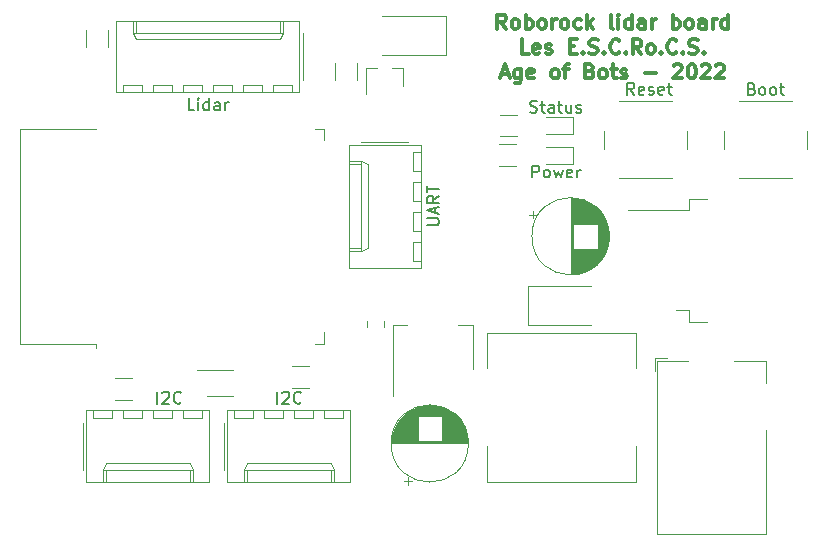
<source format=gbr>
%TF.GenerationSoftware,KiCad,Pcbnew,5.1.9+dfsg1-1*%
%TF.CreationDate,2021-12-22T14:02:19+01:00*%
%TF.ProjectId,lidar_board,6c696461-725f-4626-9f61-72642e6b6963,rev?*%
%TF.SameCoordinates,Original*%
%TF.FileFunction,Legend,Top*%
%TF.FilePolarity,Positive*%
%FSLAX46Y46*%
G04 Gerber Fmt 4.6, Leading zero omitted, Abs format (unit mm)*
G04 Created by KiCad (PCBNEW 5.1.9+dfsg1-1) date 2021-12-22 14:02:19*
%MOMM*%
%LPD*%
G01*
G04 APERTURE LIST*
%ADD10C,0.300000*%
%ADD11C,0.120000*%
%ADD12C,0.150000*%
G04 APERTURE END LIST*
D10*
X173832380Y-77182857D02*
X173415714Y-76611428D01*
X173118095Y-77182857D02*
X173118095Y-75982857D01*
X173594285Y-75982857D01*
X173713333Y-76040000D01*
X173772857Y-76097142D01*
X173832380Y-76211428D01*
X173832380Y-76382857D01*
X173772857Y-76497142D01*
X173713333Y-76554285D01*
X173594285Y-76611428D01*
X173118095Y-76611428D01*
X174546666Y-77182857D02*
X174427619Y-77125714D01*
X174368095Y-77068571D01*
X174308571Y-76954285D01*
X174308571Y-76611428D01*
X174368095Y-76497142D01*
X174427619Y-76440000D01*
X174546666Y-76382857D01*
X174725238Y-76382857D01*
X174844285Y-76440000D01*
X174903809Y-76497142D01*
X174963333Y-76611428D01*
X174963333Y-76954285D01*
X174903809Y-77068571D01*
X174844285Y-77125714D01*
X174725238Y-77182857D01*
X174546666Y-77182857D01*
X175499047Y-77182857D02*
X175499047Y-75982857D01*
X175499047Y-76440000D02*
X175618095Y-76382857D01*
X175856190Y-76382857D01*
X175975238Y-76440000D01*
X176034761Y-76497142D01*
X176094285Y-76611428D01*
X176094285Y-76954285D01*
X176034761Y-77068571D01*
X175975238Y-77125714D01*
X175856190Y-77182857D01*
X175618095Y-77182857D01*
X175499047Y-77125714D01*
X176808571Y-77182857D02*
X176689523Y-77125714D01*
X176630000Y-77068571D01*
X176570476Y-76954285D01*
X176570476Y-76611428D01*
X176630000Y-76497142D01*
X176689523Y-76440000D01*
X176808571Y-76382857D01*
X176987142Y-76382857D01*
X177106190Y-76440000D01*
X177165714Y-76497142D01*
X177225238Y-76611428D01*
X177225238Y-76954285D01*
X177165714Y-77068571D01*
X177106190Y-77125714D01*
X176987142Y-77182857D01*
X176808571Y-77182857D01*
X177760952Y-77182857D02*
X177760952Y-76382857D01*
X177760952Y-76611428D02*
X177820476Y-76497142D01*
X177880000Y-76440000D01*
X177999047Y-76382857D01*
X178118095Y-76382857D01*
X178713333Y-77182857D02*
X178594285Y-77125714D01*
X178534761Y-77068571D01*
X178475238Y-76954285D01*
X178475238Y-76611428D01*
X178534761Y-76497142D01*
X178594285Y-76440000D01*
X178713333Y-76382857D01*
X178891904Y-76382857D01*
X179010952Y-76440000D01*
X179070476Y-76497142D01*
X179130000Y-76611428D01*
X179130000Y-76954285D01*
X179070476Y-77068571D01*
X179010952Y-77125714D01*
X178891904Y-77182857D01*
X178713333Y-77182857D01*
X180201428Y-77125714D02*
X180082380Y-77182857D01*
X179844285Y-77182857D01*
X179725238Y-77125714D01*
X179665714Y-77068571D01*
X179606190Y-76954285D01*
X179606190Y-76611428D01*
X179665714Y-76497142D01*
X179725238Y-76440000D01*
X179844285Y-76382857D01*
X180082380Y-76382857D01*
X180201428Y-76440000D01*
X180737142Y-77182857D02*
X180737142Y-75982857D01*
X180856190Y-76725714D02*
X181213333Y-77182857D01*
X181213333Y-76382857D02*
X180737142Y-76840000D01*
X182880000Y-77182857D02*
X182760952Y-77125714D01*
X182701428Y-77011428D01*
X182701428Y-75982857D01*
X183356190Y-77182857D02*
X183356190Y-76382857D01*
X183356190Y-75982857D02*
X183296666Y-76040000D01*
X183356190Y-76097142D01*
X183415714Y-76040000D01*
X183356190Y-75982857D01*
X183356190Y-76097142D01*
X184487142Y-77182857D02*
X184487142Y-75982857D01*
X184487142Y-77125714D02*
X184368095Y-77182857D01*
X184130000Y-77182857D01*
X184010952Y-77125714D01*
X183951428Y-77068571D01*
X183891904Y-76954285D01*
X183891904Y-76611428D01*
X183951428Y-76497142D01*
X184010952Y-76440000D01*
X184130000Y-76382857D01*
X184368095Y-76382857D01*
X184487142Y-76440000D01*
X185618095Y-77182857D02*
X185618095Y-76554285D01*
X185558571Y-76440000D01*
X185439523Y-76382857D01*
X185201428Y-76382857D01*
X185082380Y-76440000D01*
X185618095Y-77125714D02*
X185499047Y-77182857D01*
X185201428Y-77182857D01*
X185082380Y-77125714D01*
X185022857Y-77011428D01*
X185022857Y-76897142D01*
X185082380Y-76782857D01*
X185201428Y-76725714D01*
X185499047Y-76725714D01*
X185618095Y-76668571D01*
X186213333Y-77182857D02*
X186213333Y-76382857D01*
X186213333Y-76611428D02*
X186272857Y-76497142D01*
X186332380Y-76440000D01*
X186451428Y-76382857D01*
X186570476Y-76382857D01*
X187939523Y-77182857D02*
X187939523Y-75982857D01*
X187939523Y-76440000D02*
X188058571Y-76382857D01*
X188296666Y-76382857D01*
X188415714Y-76440000D01*
X188475238Y-76497142D01*
X188534761Y-76611428D01*
X188534761Y-76954285D01*
X188475238Y-77068571D01*
X188415714Y-77125714D01*
X188296666Y-77182857D01*
X188058571Y-77182857D01*
X187939523Y-77125714D01*
X189249047Y-77182857D02*
X189129999Y-77125714D01*
X189070476Y-77068571D01*
X189010952Y-76954285D01*
X189010952Y-76611428D01*
X189070476Y-76497142D01*
X189129999Y-76440000D01*
X189249047Y-76382857D01*
X189427619Y-76382857D01*
X189546666Y-76440000D01*
X189606190Y-76497142D01*
X189665714Y-76611428D01*
X189665714Y-76954285D01*
X189606190Y-77068571D01*
X189546666Y-77125714D01*
X189427619Y-77182857D01*
X189249047Y-77182857D01*
X190737142Y-77182857D02*
X190737142Y-76554285D01*
X190677619Y-76440000D01*
X190558571Y-76382857D01*
X190320476Y-76382857D01*
X190201428Y-76440000D01*
X190737142Y-77125714D02*
X190618095Y-77182857D01*
X190320476Y-77182857D01*
X190201428Y-77125714D01*
X190141904Y-77011428D01*
X190141904Y-76897142D01*
X190201428Y-76782857D01*
X190320476Y-76725714D01*
X190618095Y-76725714D01*
X190737142Y-76668571D01*
X191332380Y-77182857D02*
X191332380Y-76382857D01*
X191332380Y-76611428D02*
X191391904Y-76497142D01*
X191451428Y-76440000D01*
X191570476Y-76382857D01*
X191689523Y-76382857D01*
X192641904Y-77182857D02*
X192641904Y-75982857D01*
X192641904Y-77125714D02*
X192522857Y-77182857D01*
X192284761Y-77182857D01*
X192165714Y-77125714D01*
X192106190Y-77068571D01*
X192046666Y-76954285D01*
X192046666Y-76611428D01*
X192106190Y-76497142D01*
X192165714Y-76440000D01*
X192284761Y-76382857D01*
X192522857Y-76382857D01*
X192641904Y-76440000D01*
X175766904Y-79282857D02*
X175171666Y-79282857D01*
X175171666Y-78082857D01*
X176659761Y-79225714D02*
X176540714Y-79282857D01*
X176302619Y-79282857D01*
X176183571Y-79225714D01*
X176124047Y-79111428D01*
X176124047Y-78654285D01*
X176183571Y-78540000D01*
X176302619Y-78482857D01*
X176540714Y-78482857D01*
X176659761Y-78540000D01*
X176719285Y-78654285D01*
X176719285Y-78768571D01*
X176124047Y-78882857D01*
X177195476Y-79225714D02*
X177314523Y-79282857D01*
X177552619Y-79282857D01*
X177671666Y-79225714D01*
X177731190Y-79111428D01*
X177731190Y-79054285D01*
X177671666Y-78940000D01*
X177552619Y-78882857D01*
X177374047Y-78882857D01*
X177255000Y-78825714D01*
X177195476Y-78711428D01*
X177195476Y-78654285D01*
X177255000Y-78540000D01*
X177374047Y-78482857D01*
X177552619Y-78482857D01*
X177671666Y-78540000D01*
X179219285Y-78654285D02*
X179635952Y-78654285D01*
X179814523Y-79282857D02*
X179219285Y-79282857D01*
X179219285Y-78082857D01*
X179814523Y-78082857D01*
X180350238Y-79168571D02*
X180409761Y-79225714D01*
X180350238Y-79282857D01*
X180290714Y-79225714D01*
X180350238Y-79168571D01*
X180350238Y-79282857D01*
X180885952Y-79225714D02*
X181064523Y-79282857D01*
X181362142Y-79282857D01*
X181481190Y-79225714D01*
X181540714Y-79168571D01*
X181600238Y-79054285D01*
X181600238Y-78940000D01*
X181540714Y-78825714D01*
X181481190Y-78768571D01*
X181362142Y-78711428D01*
X181124047Y-78654285D01*
X181005000Y-78597142D01*
X180945476Y-78540000D01*
X180885952Y-78425714D01*
X180885952Y-78311428D01*
X180945476Y-78197142D01*
X181005000Y-78140000D01*
X181124047Y-78082857D01*
X181421666Y-78082857D01*
X181600238Y-78140000D01*
X182135952Y-79168571D02*
X182195476Y-79225714D01*
X182135952Y-79282857D01*
X182076428Y-79225714D01*
X182135952Y-79168571D01*
X182135952Y-79282857D01*
X183445476Y-79168571D02*
X183385952Y-79225714D01*
X183207380Y-79282857D01*
X183088333Y-79282857D01*
X182909761Y-79225714D01*
X182790714Y-79111428D01*
X182731190Y-78997142D01*
X182671666Y-78768571D01*
X182671666Y-78597142D01*
X182731190Y-78368571D01*
X182790714Y-78254285D01*
X182909761Y-78140000D01*
X183088333Y-78082857D01*
X183207380Y-78082857D01*
X183385952Y-78140000D01*
X183445476Y-78197142D01*
X183981190Y-79168571D02*
X184040714Y-79225714D01*
X183981190Y-79282857D01*
X183921666Y-79225714D01*
X183981190Y-79168571D01*
X183981190Y-79282857D01*
X185290714Y-79282857D02*
X184874047Y-78711428D01*
X184576428Y-79282857D02*
X184576428Y-78082857D01*
X185052619Y-78082857D01*
X185171666Y-78140000D01*
X185231190Y-78197142D01*
X185290714Y-78311428D01*
X185290714Y-78482857D01*
X185231190Y-78597142D01*
X185171666Y-78654285D01*
X185052619Y-78711428D01*
X184576428Y-78711428D01*
X186005000Y-79282857D02*
X185885952Y-79225714D01*
X185826428Y-79168571D01*
X185766904Y-79054285D01*
X185766904Y-78711428D01*
X185826428Y-78597142D01*
X185885952Y-78540000D01*
X186005000Y-78482857D01*
X186183571Y-78482857D01*
X186302619Y-78540000D01*
X186362142Y-78597142D01*
X186421666Y-78711428D01*
X186421666Y-79054285D01*
X186362142Y-79168571D01*
X186302619Y-79225714D01*
X186183571Y-79282857D01*
X186005000Y-79282857D01*
X186957380Y-79168571D02*
X187016904Y-79225714D01*
X186957380Y-79282857D01*
X186897857Y-79225714D01*
X186957380Y-79168571D01*
X186957380Y-79282857D01*
X188266904Y-79168571D02*
X188207380Y-79225714D01*
X188028809Y-79282857D01*
X187909761Y-79282857D01*
X187731190Y-79225714D01*
X187612142Y-79111428D01*
X187552619Y-78997142D01*
X187493095Y-78768571D01*
X187493095Y-78597142D01*
X187552619Y-78368571D01*
X187612142Y-78254285D01*
X187731190Y-78140000D01*
X187909761Y-78082857D01*
X188028809Y-78082857D01*
X188207380Y-78140000D01*
X188266904Y-78197142D01*
X188802619Y-79168571D02*
X188862142Y-79225714D01*
X188802619Y-79282857D01*
X188743095Y-79225714D01*
X188802619Y-79168571D01*
X188802619Y-79282857D01*
X189338333Y-79225714D02*
X189516904Y-79282857D01*
X189814523Y-79282857D01*
X189933571Y-79225714D01*
X189993095Y-79168571D01*
X190052619Y-79054285D01*
X190052619Y-78940000D01*
X189993095Y-78825714D01*
X189933571Y-78768571D01*
X189814523Y-78711428D01*
X189576428Y-78654285D01*
X189457380Y-78597142D01*
X189397857Y-78540000D01*
X189338333Y-78425714D01*
X189338333Y-78311428D01*
X189397857Y-78197142D01*
X189457380Y-78140000D01*
X189576428Y-78082857D01*
X189874047Y-78082857D01*
X190052619Y-78140000D01*
X190588333Y-79168571D02*
X190647857Y-79225714D01*
X190588333Y-79282857D01*
X190528809Y-79225714D01*
X190588333Y-79168571D01*
X190588333Y-79282857D01*
X173445476Y-81040000D02*
X174040714Y-81040000D01*
X173326428Y-81382857D02*
X173743095Y-80182857D01*
X174159761Y-81382857D01*
X175112142Y-80582857D02*
X175112142Y-81554285D01*
X175052619Y-81668571D01*
X174993095Y-81725714D01*
X174874047Y-81782857D01*
X174695476Y-81782857D01*
X174576428Y-81725714D01*
X175112142Y-81325714D02*
X174993095Y-81382857D01*
X174755000Y-81382857D01*
X174635952Y-81325714D01*
X174576428Y-81268571D01*
X174516904Y-81154285D01*
X174516904Y-80811428D01*
X174576428Y-80697142D01*
X174635952Y-80640000D01*
X174755000Y-80582857D01*
X174993095Y-80582857D01*
X175112142Y-80640000D01*
X176183571Y-81325714D02*
X176064523Y-81382857D01*
X175826428Y-81382857D01*
X175707380Y-81325714D01*
X175647857Y-81211428D01*
X175647857Y-80754285D01*
X175707380Y-80640000D01*
X175826428Y-80582857D01*
X176064523Y-80582857D01*
X176183571Y-80640000D01*
X176243095Y-80754285D01*
X176243095Y-80868571D01*
X175647857Y-80982857D01*
X177909761Y-81382857D02*
X177790714Y-81325714D01*
X177731190Y-81268571D01*
X177671666Y-81154285D01*
X177671666Y-80811428D01*
X177731190Y-80697142D01*
X177790714Y-80640000D01*
X177909761Y-80582857D01*
X178088333Y-80582857D01*
X178207380Y-80640000D01*
X178266904Y-80697142D01*
X178326428Y-80811428D01*
X178326428Y-81154285D01*
X178266904Y-81268571D01*
X178207380Y-81325714D01*
X178088333Y-81382857D01*
X177909761Y-81382857D01*
X178683571Y-80582857D02*
X179159761Y-80582857D01*
X178862142Y-81382857D02*
X178862142Y-80354285D01*
X178921666Y-80240000D01*
X179040714Y-80182857D01*
X179159761Y-80182857D01*
X180945476Y-80754285D02*
X181124047Y-80811428D01*
X181183571Y-80868571D01*
X181243095Y-80982857D01*
X181243095Y-81154285D01*
X181183571Y-81268571D01*
X181124047Y-81325714D01*
X181005000Y-81382857D01*
X180528809Y-81382857D01*
X180528809Y-80182857D01*
X180945476Y-80182857D01*
X181064523Y-80240000D01*
X181124047Y-80297142D01*
X181183571Y-80411428D01*
X181183571Y-80525714D01*
X181124047Y-80640000D01*
X181064523Y-80697142D01*
X180945476Y-80754285D01*
X180528809Y-80754285D01*
X181957380Y-81382857D02*
X181838333Y-81325714D01*
X181778809Y-81268571D01*
X181719285Y-81154285D01*
X181719285Y-80811428D01*
X181778809Y-80697142D01*
X181838333Y-80640000D01*
X181957380Y-80582857D01*
X182135952Y-80582857D01*
X182255000Y-80640000D01*
X182314523Y-80697142D01*
X182374047Y-80811428D01*
X182374047Y-81154285D01*
X182314523Y-81268571D01*
X182255000Y-81325714D01*
X182135952Y-81382857D01*
X181957380Y-81382857D01*
X182731190Y-80582857D02*
X183207380Y-80582857D01*
X182909761Y-80182857D02*
X182909761Y-81211428D01*
X182969285Y-81325714D01*
X183088333Y-81382857D01*
X183207380Y-81382857D01*
X183564523Y-81325714D02*
X183683571Y-81382857D01*
X183921666Y-81382857D01*
X184040714Y-81325714D01*
X184100238Y-81211428D01*
X184100238Y-81154285D01*
X184040714Y-81040000D01*
X183921666Y-80982857D01*
X183743095Y-80982857D01*
X183624047Y-80925714D01*
X183564523Y-80811428D01*
X183564523Y-80754285D01*
X183624047Y-80640000D01*
X183743095Y-80582857D01*
X183921666Y-80582857D01*
X184040714Y-80640000D01*
X185588333Y-80925714D02*
X186540714Y-80925714D01*
X188028809Y-80297142D02*
X188088333Y-80240000D01*
X188207380Y-80182857D01*
X188505000Y-80182857D01*
X188624047Y-80240000D01*
X188683571Y-80297142D01*
X188743095Y-80411428D01*
X188743095Y-80525714D01*
X188683571Y-80697142D01*
X187969285Y-81382857D01*
X188743095Y-81382857D01*
X189516904Y-80182857D02*
X189635952Y-80182857D01*
X189755000Y-80240000D01*
X189814523Y-80297142D01*
X189874047Y-80411428D01*
X189933571Y-80640000D01*
X189933571Y-80925714D01*
X189874047Y-81154285D01*
X189814523Y-81268571D01*
X189755000Y-81325714D01*
X189635952Y-81382857D01*
X189516904Y-81382857D01*
X189397857Y-81325714D01*
X189338333Y-81268571D01*
X189278809Y-81154285D01*
X189219285Y-80925714D01*
X189219285Y-80640000D01*
X189278809Y-80411428D01*
X189338333Y-80297142D01*
X189397857Y-80240000D01*
X189516904Y-80182857D01*
X190409761Y-80297142D02*
X190469285Y-80240000D01*
X190588333Y-80182857D01*
X190885952Y-80182857D01*
X191005000Y-80240000D01*
X191064523Y-80297142D01*
X191124047Y-80411428D01*
X191124047Y-80525714D01*
X191064523Y-80697142D01*
X190350238Y-81382857D01*
X191124047Y-81382857D01*
X191600238Y-80297142D02*
X191659761Y-80240000D01*
X191778809Y-80182857D01*
X192076428Y-80182857D01*
X192195476Y-80240000D01*
X192255000Y-80297142D01*
X192314523Y-80411428D01*
X192314523Y-80525714D01*
X192255000Y-80697142D01*
X191540714Y-81382857D01*
X192314523Y-81382857D01*
D11*
%TO.C,C1*%
X170656000Y-112288000D02*
G75*
G03*
X170656000Y-112288000I-3270000J0D01*
G01*
X164156000Y-112288000D02*
X170616000Y-112288000D01*
X164156000Y-112248000D02*
X170616000Y-112248000D01*
X164156000Y-112208000D02*
X170616000Y-112208000D01*
X164158000Y-112168000D02*
X170614000Y-112168000D01*
X164159000Y-112128000D02*
X170613000Y-112128000D01*
X164162000Y-112088000D02*
X170610000Y-112088000D01*
X164164000Y-112048000D02*
X166346000Y-112048000D01*
X168426000Y-112048000D02*
X170608000Y-112048000D01*
X164168000Y-112008000D02*
X166346000Y-112008000D01*
X168426000Y-112008000D02*
X170604000Y-112008000D01*
X164171000Y-111968000D02*
X166346000Y-111968000D01*
X168426000Y-111968000D02*
X170601000Y-111968000D01*
X164175000Y-111928000D02*
X166346000Y-111928000D01*
X168426000Y-111928000D02*
X170597000Y-111928000D01*
X164180000Y-111888000D02*
X166346000Y-111888000D01*
X168426000Y-111888000D02*
X170592000Y-111888000D01*
X164185000Y-111848000D02*
X166346000Y-111848000D01*
X168426000Y-111848000D02*
X170587000Y-111848000D01*
X164191000Y-111808000D02*
X166346000Y-111808000D01*
X168426000Y-111808000D02*
X170581000Y-111808000D01*
X164197000Y-111768000D02*
X166346000Y-111768000D01*
X168426000Y-111768000D02*
X170575000Y-111768000D01*
X164204000Y-111728000D02*
X166346000Y-111728000D01*
X168426000Y-111728000D02*
X170568000Y-111728000D01*
X164211000Y-111688000D02*
X166346000Y-111688000D01*
X168426000Y-111688000D02*
X170561000Y-111688000D01*
X164219000Y-111648000D02*
X166346000Y-111648000D01*
X168426000Y-111648000D02*
X170553000Y-111648000D01*
X164227000Y-111608000D02*
X166346000Y-111608000D01*
X168426000Y-111608000D02*
X170545000Y-111608000D01*
X164236000Y-111567000D02*
X166346000Y-111567000D01*
X168426000Y-111567000D02*
X170536000Y-111567000D01*
X164245000Y-111527000D02*
X166346000Y-111527000D01*
X168426000Y-111527000D02*
X170527000Y-111527000D01*
X164255000Y-111487000D02*
X166346000Y-111487000D01*
X168426000Y-111487000D02*
X170517000Y-111487000D01*
X164265000Y-111447000D02*
X166346000Y-111447000D01*
X168426000Y-111447000D02*
X170507000Y-111447000D01*
X164276000Y-111407000D02*
X166346000Y-111407000D01*
X168426000Y-111407000D02*
X170496000Y-111407000D01*
X164288000Y-111367000D02*
X166346000Y-111367000D01*
X168426000Y-111367000D02*
X170484000Y-111367000D01*
X164300000Y-111327000D02*
X166346000Y-111327000D01*
X168426000Y-111327000D02*
X170472000Y-111327000D01*
X164312000Y-111287000D02*
X166346000Y-111287000D01*
X168426000Y-111287000D02*
X170460000Y-111287000D01*
X164325000Y-111247000D02*
X166346000Y-111247000D01*
X168426000Y-111247000D02*
X170447000Y-111247000D01*
X164339000Y-111207000D02*
X166346000Y-111207000D01*
X168426000Y-111207000D02*
X170433000Y-111207000D01*
X164353000Y-111167000D02*
X166346000Y-111167000D01*
X168426000Y-111167000D02*
X170419000Y-111167000D01*
X164368000Y-111127000D02*
X166346000Y-111127000D01*
X168426000Y-111127000D02*
X170404000Y-111127000D01*
X164384000Y-111087000D02*
X166346000Y-111087000D01*
X168426000Y-111087000D02*
X170388000Y-111087000D01*
X164400000Y-111047000D02*
X166346000Y-111047000D01*
X168426000Y-111047000D02*
X170372000Y-111047000D01*
X164416000Y-111007000D02*
X166346000Y-111007000D01*
X168426000Y-111007000D02*
X170356000Y-111007000D01*
X164434000Y-110967000D02*
X166346000Y-110967000D01*
X168426000Y-110967000D02*
X170338000Y-110967000D01*
X164452000Y-110927000D02*
X166346000Y-110927000D01*
X168426000Y-110927000D02*
X170320000Y-110927000D01*
X164470000Y-110887000D02*
X166346000Y-110887000D01*
X168426000Y-110887000D02*
X170302000Y-110887000D01*
X164490000Y-110847000D02*
X166346000Y-110847000D01*
X168426000Y-110847000D02*
X170282000Y-110847000D01*
X164510000Y-110807000D02*
X166346000Y-110807000D01*
X168426000Y-110807000D02*
X170262000Y-110807000D01*
X164530000Y-110767000D02*
X166346000Y-110767000D01*
X168426000Y-110767000D02*
X170242000Y-110767000D01*
X164552000Y-110727000D02*
X166346000Y-110727000D01*
X168426000Y-110727000D02*
X170220000Y-110727000D01*
X164574000Y-110687000D02*
X166346000Y-110687000D01*
X168426000Y-110687000D02*
X170198000Y-110687000D01*
X164596000Y-110647000D02*
X166346000Y-110647000D01*
X168426000Y-110647000D02*
X170176000Y-110647000D01*
X164620000Y-110607000D02*
X166346000Y-110607000D01*
X168426000Y-110607000D02*
X170152000Y-110607000D01*
X164644000Y-110567000D02*
X166346000Y-110567000D01*
X168426000Y-110567000D02*
X170128000Y-110567000D01*
X164670000Y-110527000D02*
X166346000Y-110527000D01*
X168426000Y-110527000D02*
X170102000Y-110527000D01*
X164696000Y-110487000D02*
X166346000Y-110487000D01*
X168426000Y-110487000D02*
X170076000Y-110487000D01*
X164722000Y-110447000D02*
X166346000Y-110447000D01*
X168426000Y-110447000D02*
X170050000Y-110447000D01*
X164750000Y-110407000D02*
X166346000Y-110407000D01*
X168426000Y-110407000D02*
X170022000Y-110407000D01*
X164779000Y-110367000D02*
X166346000Y-110367000D01*
X168426000Y-110367000D02*
X169993000Y-110367000D01*
X164808000Y-110327000D02*
X166346000Y-110327000D01*
X168426000Y-110327000D02*
X169964000Y-110327000D01*
X164838000Y-110287000D02*
X166346000Y-110287000D01*
X168426000Y-110287000D02*
X169934000Y-110287000D01*
X164870000Y-110247000D02*
X166346000Y-110247000D01*
X168426000Y-110247000D02*
X169902000Y-110247000D01*
X164902000Y-110207000D02*
X166346000Y-110207000D01*
X168426000Y-110207000D02*
X169870000Y-110207000D01*
X164936000Y-110167000D02*
X166346000Y-110167000D01*
X168426000Y-110167000D02*
X169836000Y-110167000D01*
X164970000Y-110127000D02*
X166346000Y-110127000D01*
X168426000Y-110127000D02*
X169802000Y-110127000D01*
X165006000Y-110087000D02*
X166346000Y-110087000D01*
X168426000Y-110087000D02*
X169766000Y-110087000D01*
X165043000Y-110047000D02*
X166346000Y-110047000D01*
X168426000Y-110047000D02*
X169729000Y-110047000D01*
X165081000Y-110007000D02*
X166346000Y-110007000D01*
X168426000Y-110007000D02*
X169691000Y-110007000D01*
X165121000Y-109967000D02*
X169651000Y-109967000D01*
X165162000Y-109927000D02*
X169610000Y-109927000D01*
X165204000Y-109887000D02*
X169568000Y-109887000D01*
X165249000Y-109847000D02*
X169523000Y-109847000D01*
X165294000Y-109807000D02*
X169478000Y-109807000D01*
X165342000Y-109767000D02*
X169430000Y-109767000D01*
X165391000Y-109727000D02*
X169381000Y-109727000D01*
X165442000Y-109687000D02*
X169330000Y-109687000D01*
X165496000Y-109647000D02*
X169276000Y-109647000D01*
X165552000Y-109607000D02*
X169220000Y-109607000D01*
X165610000Y-109567000D02*
X169162000Y-109567000D01*
X165672000Y-109527000D02*
X169100000Y-109527000D01*
X165736000Y-109487000D02*
X169036000Y-109487000D01*
X165805000Y-109447000D02*
X168967000Y-109447000D01*
X165877000Y-109407000D02*
X168895000Y-109407000D01*
X165954000Y-109367000D02*
X168818000Y-109367000D01*
X166036000Y-109327000D02*
X168736000Y-109327000D01*
X166124000Y-109287000D02*
X168648000Y-109287000D01*
X166221000Y-109247000D02*
X168551000Y-109247000D01*
X166327000Y-109207000D02*
X168445000Y-109207000D01*
X166446000Y-109167000D02*
X168326000Y-109167000D01*
X166584000Y-109127000D02*
X168188000Y-109127000D01*
X166753000Y-109087000D02*
X168019000Y-109087000D01*
X166984000Y-109047000D02*
X167788000Y-109047000D01*
X165547000Y-115788241D02*
X165547000Y-115158241D01*
X165232000Y-115473241D02*
X165862000Y-115473241D01*
%TO.C,C2*%
X176118759Y-92588000D02*
X176118759Y-93218000D01*
X175803759Y-92903000D02*
X176433759Y-92903000D01*
X182545000Y-94340000D02*
X182545000Y-95144000D01*
X182505000Y-94109000D02*
X182505000Y-95375000D01*
X182465000Y-93940000D02*
X182465000Y-95544000D01*
X182425000Y-93802000D02*
X182425000Y-95682000D01*
X182385000Y-93683000D02*
X182385000Y-95801000D01*
X182345000Y-93577000D02*
X182345000Y-95907000D01*
X182305000Y-93480000D02*
X182305000Y-96004000D01*
X182265000Y-93392000D02*
X182265000Y-96092000D01*
X182225000Y-93310000D02*
X182225000Y-96174000D01*
X182185000Y-93233000D02*
X182185000Y-96251000D01*
X182145000Y-93161000D02*
X182145000Y-96323000D01*
X182105000Y-93092000D02*
X182105000Y-96392000D01*
X182065000Y-93028000D02*
X182065000Y-96456000D01*
X182025000Y-92966000D02*
X182025000Y-96518000D01*
X181985000Y-92908000D02*
X181985000Y-96576000D01*
X181945000Y-92852000D02*
X181945000Y-96632000D01*
X181905000Y-92798000D02*
X181905000Y-96686000D01*
X181865000Y-92747000D02*
X181865000Y-96737000D01*
X181825000Y-92698000D02*
X181825000Y-96786000D01*
X181785000Y-92650000D02*
X181785000Y-96834000D01*
X181745000Y-92605000D02*
X181745000Y-96879000D01*
X181705000Y-92560000D02*
X181705000Y-96924000D01*
X181665000Y-92518000D02*
X181665000Y-96966000D01*
X181625000Y-92477000D02*
X181625000Y-97007000D01*
X181585000Y-95782000D02*
X181585000Y-97047000D01*
X181585000Y-92437000D02*
X181585000Y-93702000D01*
X181545000Y-95782000D02*
X181545000Y-97085000D01*
X181545000Y-92399000D02*
X181545000Y-93702000D01*
X181505000Y-95782000D02*
X181505000Y-97122000D01*
X181505000Y-92362000D02*
X181505000Y-93702000D01*
X181465000Y-95782000D02*
X181465000Y-97158000D01*
X181465000Y-92326000D02*
X181465000Y-93702000D01*
X181425000Y-95782000D02*
X181425000Y-97192000D01*
X181425000Y-92292000D02*
X181425000Y-93702000D01*
X181385000Y-95782000D02*
X181385000Y-97226000D01*
X181385000Y-92258000D02*
X181385000Y-93702000D01*
X181345000Y-95782000D02*
X181345000Y-97258000D01*
X181345000Y-92226000D02*
X181345000Y-93702000D01*
X181305000Y-95782000D02*
X181305000Y-97290000D01*
X181305000Y-92194000D02*
X181305000Y-93702000D01*
X181265000Y-95782000D02*
X181265000Y-97320000D01*
X181265000Y-92164000D02*
X181265000Y-93702000D01*
X181225000Y-95782000D02*
X181225000Y-97349000D01*
X181225000Y-92135000D02*
X181225000Y-93702000D01*
X181185000Y-95782000D02*
X181185000Y-97378000D01*
X181185000Y-92106000D02*
X181185000Y-93702000D01*
X181145000Y-95782000D02*
X181145000Y-97406000D01*
X181145000Y-92078000D02*
X181145000Y-93702000D01*
X181105000Y-95782000D02*
X181105000Y-97432000D01*
X181105000Y-92052000D02*
X181105000Y-93702000D01*
X181065000Y-95782000D02*
X181065000Y-97458000D01*
X181065000Y-92026000D02*
X181065000Y-93702000D01*
X181025000Y-95782000D02*
X181025000Y-97484000D01*
X181025000Y-92000000D02*
X181025000Y-93702000D01*
X180985000Y-95782000D02*
X180985000Y-97508000D01*
X180985000Y-91976000D02*
X180985000Y-93702000D01*
X180945000Y-95782000D02*
X180945000Y-97532000D01*
X180945000Y-91952000D02*
X180945000Y-93702000D01*
X180905000Y-95782000D02*
X180905000Y-97554000D01*
X180905000Y-91930000D02*
X180905000Y-93702000D01*
X180865000Y-95782000D02*
X180865000Y-97576000D01*
X180865000Y-91908000D02*
X180865000Y-93702000D01*
X180825000Y-95782000D02*
X180825000Y-97598000D01*
X180825000Y-91886000D02*
X180825000Y-93702000D01*
X180785000Y-95782000D02*
X180785000Y-97618000D01*
X180785000Y-91866000D02*
X180785000Y-93702000D01*
X180745000Y-95782000D02*
X180745000Y-97638000D01*
X180745000Y-91846000D02*
X180745000Y-93702000D01*
X180705000Y-95782000D02*
X180705000Y-97658000D01*
X180705000Y-91826000D02*
X180705000Y-93702000D01*
X180665000Y-95782000D02*
X180665000Y-97676000D01*
X180665000Y-91808000D02*
X180665000Y-93702000D01*
X180625000Y-95782000D02*
X180625000Y-97694000D01*
X180625000Y-91790000D02*
X180625000Y-93702000D01*
X180585000Y-95782000D02*
X180585000Y-97712000D01*
X180585000Y-91772000D02*
X180585000Y-93702000D01*
X180545000Y-95782000D02*
X180545000Y-97728000D01*
X180545000Y-91756000D02*
X180545000Y-93702000D01*
X180505000Y-95782000D02*
X180505000Y-97744000D01*
X180505000Y-91740000D02*
X180505000Y-93702000D01*
X180465000Y-95782000D02*
X180465000Y-97760000D01*
X180465000Y-91724000D02*
X180465000Y-93702000D01*
X180425000Y-95782000D02*
X180425000Y-97775000D01*
X180425000Y-91709000D02*
X180425000Y-93702000D01*
X180385000Y-95782000D02*
X180385000Y-97789000D01*
X180385000Y-91695000D02*
X180385000Y-93702000D01*
X180345000Y-95782000D02*
X180345000Y-97803000D01*
X180345000Y-91681000D02*
X180345000Y-93702000D01*
X180305000Y-95782000D02*
X180305000Y-97816000D01*
X180305000Y-91668000D02*
X180305000Y-93702000D01*
X180265000Y-95782000D02*
X180265000Y-97828000D01*
X180265000Y-91656000D02*
X180265000Y-93702000D01*
X180225000Y-95782000D02*
X180225000Y-97840000D01*
X180225000Y-91644000D02*
X180225000Y-93702000D01*
X180185000Y-95782000D02*
X180185000Y-97852000D01*
X180185000Y-91632000D02*
X180185000Y-93702000D01*
X180145000Y-95782000D02*
X180145000Y-97863000D01*
X180145000Y-91621000D02*
X180145000Y-93702000D01*
X180105000Y-95782000D02*
X180105000Y-97873000D01*
X180105000Y-91611000D02*
X180105000Y-93702000D01*
X180065000Y-95782000D02*
X180065000Y-97883000D01*
X180065000Y-91601000D02*
X180065000Y-93702000D01*
X180025000Y-95782000D02*
X180025000Y-97892000D01*
X180025000Y-91592000D02*
X180025000Y-93702000D01*
X179984000Y-95782000D02*
X179984000Y-97901000D01*
X179984000Y-91583000D02*
X179984000Y-93702000D01*
X179944000Y-95782000D02*
X179944000Y-97909000D01*
X179944000Y-91575000D02*
X179944000Y-93702000D01*
X179904000Y-95782000D02*
X179904000Y-97917000D01*
X179904000Y-91567000D02*
X179904000Y-93702000D01*
X179864000Y-95782000D02*
X179864000Y-97924000D01*
X179864000Y-91560000D02*
X179864000Y-93702000D01*
X179824000Y-95782000D02*
X179824000Y-97931000D01*
X179824000Y-91553000D02*
X179824000Y-93702000D01*
X179784000Y-95782000D02*
X179784000Y-97937000D01*
X179784000Y-91547000D02*
X179784000Y-93702000D01*
X179744000Y-95782000D02*
X179744000Y-97943000D01*
X179744000Y-91541000D02*
X179744000Y-93702000D01*
X179704000Y-95782000D02*
X179704000Y-97948000D01*
X179704000Y-91536000D02*
X179704000Y-93702000D01*
X179664000Y-95782000D02*
X179664000Y-97953000D01*
X179664000Y-91531000D02*
X179664000Y-93702000D01*
X179624000Y-95782000D02*
X179624000Y-97957000D01*
X179624000Y-91527000D02*
X179624000Y-93702000D01*
X179584000Y-95782000D02*
X179584000Y-97960000D01*
X179584000Y-91524000D02*
X179584000Y-93702000D01*
X179544000Y-95782000D02*
X179544000Y-97964000D01*
X179544000Y-91520000D02*
X179544000Y-93702000D01*
X179504000Y-91518000D02*
X179504000Y-97966000D01*
X179464000Y-91515000D02*
X179464000Y-97969000D01*
X179424000Y-91514000D02*
X179424000Y-97970000D01*
X179384000Y-91512000D02*
X179384000Y-97972000D01*
X179344000Y-91512000D02*
X179344000Y-97972000D01*
X179304000Y-91512000D02*
X179304000Y-97972000D01*
X182574000Y-94742000D02*
G75*
G03*
X182574000Y-94742000I-3270000J0D01*
G01*
%TO.C,C3*%
X162079000Y-101912748D02*
X162079000Y-102435252D01*
X163549000Y-101912748D02*
X163549000Y-102435252D01*
%TO.C,D1*%
X175670000Y-98934000D02*
X175670000Y-102234000D01*
X175670000Y-102234000D02*
X181070000Y-102234000D01*
X175670000Y-98934000D02*
X181070000Y-98934000D01*
%TO.C,Power*%
X177254000Y-88619000D02*
X179539000Y-88619000D01*
X179539000Y-88619000D02*
X179539000Y-87149000D01*
X179539000Y-87149000D02*
X177254000Y-87149000D01*
%TO.C,Status*%
X179539000Y-84609000D02*
X177254000Y-84609000D01*
X179539000Y-86079000D02*
X179539000Y-84609000D01*
X177254000Y-86079000D02*
X179539000Y-86079000D01*
%TO.C,D4*%
X168754000Y-79374000D02*
X163354000Y-79374000D01*
X168754000Y-76074000D02*
X163354000Y-76074000D01*
X168754000Y-79374000D02*
X168754000Y-76074000D01*
%TO.C,J1*%
X186662000Y-105272000D02*
X189262000Y-105272000D01*
X186662000Y-119972000D02*
X186662000Y-105272000D01*
X195862000Y-105272000D02*
X195862000Y-107172000D01*
X193162000Y-105272000D02*
X195862000Y-105272000D01*
X195862000Y-119972000D02*
X186662000Y-119972000D01*
X195862000Y-111172000D02*
X195862000Y-119972000D01*
X186462000Y-106122000D02*
X186462000Y-105072000D01*
X187512000Y-105072000D02*
X186462000Y-105072000D01*
%TO.C,UART*%
X166606000Y-87012000D02*
X160586000Y-87012000D01*
X160586000Y-87012000D02*
X160586000Y-97392000D01*
X160586000Y-97392000D02*
X166606000Y-97392000D01*
X166606000Y-97392000D02*
X166606000Y-87012000D01*
X165576000Y-86722000D02*
X161576000Y-86722000D01*
X160586000Y-88392000D02*
X161586000Y-88392000D01*
X161586000Y-88392000D02*
X161586000Y-96012000D01*
X161586000Y-96012000D02*
X160586000Y-96012000D01*
X161586000Y-88392000D02*
X162116000Y-88642000D01*
X162116000Y-88642000D02*
X162116000Y-95762000D01*
X162116000Y-95762000D02*
X161586000Y-96012000D01*
X160586000Y-88642000D02*
X161586000Y-88642000D01*
X160586000Y-95762000D02*
X161586000Y-95762000D01*
X166606000Y-87592000D02*
X166006000Y-87592000D01*
X166006000Y-87592000D02*
X166006000Y-89192000D01*
X166006000Y-89192000D02*
X166606000Y-89192000D01*
X166606000Y-90132000D02*
X166006000Y-90132000D01*
X166006000Y-90132000D02*
X166006000Y-91732000D01*
X166006000Y-91732000D02*
X166606000Y-91732000D01*
X166606000Y-92672000D02*
X166006000Y-92672000D01*
X166006000Y-92672000D02*
X166006000Y-94272000D01*
X166006000Y-94272000D02*
X166606000Y-94272000D01*
X166606000Y-95212000D02*
X166006000Y-95212000D01*
X166006000Y-95212000D02*
X166006000Y-96812000D01*
X166006000Y-96812000D02*
X166606000Y-96812000D01*
%TO.C,I2C*%
X160058000Y-110092000D02*
X160058000Y-109492000D01*
X158458000Y-110092000D02*
X160058000Y-110092000D01*
X158458000Y-109492000D02*
X158458000Y-110092000D01*
X157518000Y-110092000D02*
X157518000Y-109492000D01*
X155918000Y-110092000D02*
X157518000Y-110092000D01*
X155918000Y-109492000D02*
X155918000Y-110092000D01*
X154978000Y-110092000D02*
X154978000Y-109492000D01*
X153378000Y-110092000D02*
X154978000Y-110092000D01*
X153378000Y-109492000D02*
X153378000Y-110092000D01*
X152438000Y-110092000D02*
X152438000Y-109492000D01*
X150838000Y-110092000D02*
X152438000Y-110092000D01*
X150838000Y-109492000D02*
X150838000Y-110092000D01*
X159008000Y-115512000D02*
X159008000Y-114512000D01*
X151888000Y-115512000D02*
X151888000Y-114512000D01*
X159008000Y-113982000D02*
X159258000Y-114512000D01*
X151888000Y-113982000D02*
X159008000Y-113982000D01*
X151638000Y-114512000D02*
X151888000Y-113982000D01*
X159258000Y-114512000D02*
X159258000Y-115512000D01*
X151638000Y-114512000D02*
X159258000Y-114512000D01*
X151638000Y-115512000D02*
X151638000Y-114512000D01*
X149968000Y-110522000D02*
X149968000Y-114522000D01*
X160638000Y-109492000D02*
X150258000Y-109492000D01*
X160638000Y-115512000D02*
X160638000Y-109492000D01*
X150258000Y-115512000D02*
X160638000Y-115512000D01*
X150258000Y-109492000D02*
X150258000Y-115512000D01*
X148120000Y-110092000D02*
X148120000Y-109492000D01*
X146520000Y-110092000D02*
X148120000Y-110092000D01*
X146520000Y-109492000D02*
X146520000Y-110092000D01*
X145580000Y-110092000D02*
X145580000Y-109492000D01*
X143980000Y-110092000D02*
X145580000Y-110092000D01*
X143980000Y-109492000D02*
X143980000Y-110092000D01*
X143040000Y-110092000D02*
X143040000Y-109492000D01*
X141440000Y-110092000D02*
X143040000Y-110092000D01*
X141440000Y-109492000D02*
X141440000Y-110092000D01*
X140500000Y-110092000D02*
X140500000Y-109492000D01*
X138900000Y-110092000D02*
X140500000Y-110092000D01*
X138900000Y-109492000D02*
X138900000Y-110092000D01*
X147070000Y-115512000D02*
X147070000Y-114512000D01*
X139950000Y-115512000D02*
X139950000Y-114512000D01*
X147070000Y-113982000D02*
X147320000Y-114512000D01*
X139950000Y-113982000D02*
X147070000Y-113982000D01*
X139700000Y-114512000D02*
X139950000Y-113982000D01*
X147320000Y-114512000D02*
X147320000Y-115512000D01*
X139700000Y-114512000D02*
X147320000Y-114512000D01*
X139700000Y-115512000D02*
X139700000Y-114512000D01*
X138030000Y-110522000D02*
X138030000Y-114522000D01*
X148700000Y-109492000D02*
X138320000Y-109492000D01*
X148700000Y-115512000D02*
X148700000Y-109492000D01*
X138320000Y-115512000D02*
X148700000Y-115512000D01*
X138320000Y-109492000D02*
X138320000Y-115512000D01*
%TO.C,L1*%
X184862000Y-102920000D02*
X184862000Y-105920000D01*
X172262000Y-102920000D02*
X184862000Y-102920000D01*
X172262000Y-105920000D02*
X172262000Y-102920000D01*
X172262000Y-115520000D02*
X172262000Y-112520000D01*
X184862000Y-115520000D02*
X172262000Y-115520000D01*
X184862000Y-112520000D02*
X184862000Y-115520000D01*
%TO.C,Q1*%
X165156000Y-80520000D02*
X165156000Y-81980000D01*
X161996000Y-80520000D02*
X161996000Y-82680000D01*
X161996000Y-80520000D02*
X162926000Y-80520000D01*
X165156000Y-80520000D02*
X164226000Y-80520000D01*
%TO.C,R1*%
X157191064Y-105770000D02*
X155736936Y-105770000D01*
X157191064Y-107590000D02*
X155736936Y-107590000D01*
%TO.C,R2*%
X173262936Y-86974000D02*
X174717064Y-86974000D01*
X173262936Y-88794000D02*
X174717064Y-88794000D01*
%TO.C,R3*%
X140750936Y-106786000D02*
X142205064Y-106786000D01*
X140750936Y-108606000D02*
X142205064Y-108606000D01*
%TO.C,R4*%
X173330937Y-86285001D02*
X174785065Y-86285001D01*
X173330937Y-84465001D02*
X174785065Y-84465001D01*
%TO.C,R5*%
X159364000Y-80044936D02*
X159364000Y-81499064D01*
X161184000Y-80044936D02*
X161184000Y-81499064D01*
%TO.C,Reset*%
X183372000Y-89828000D02*
X187872000Y-89828000D01*
X182122000Y-85828000D02*
X182122000Y-87328000D01*
X187872000Y-83328000D02*
X183372000Y-83328000D01*
X189122000Y-87328000D02*
X189122000Y-85828000D01*
%TO.C,Boot*%
X199282000Y-87328000D02*
X199282000Y-85828000D01*
X198032000Y-83328000D02*
X193532000Y-83328000D01*
X192282000Y-85828000D02*
X192282000Y-87328000D01*
X193532000Y-89828000D02*
X198032000Y-89828000D01*
%TO.C,U1*%
X189328000Y-101024000D02*
X188228000Y-101024000D01*
X189328000Y-101974000D02*
X189328000Y-101024000D01*
X190828000Y-101974000D02*
X189328000Y-101974000D01*
X189328000Y-92524000D02*
X184203000Y-92524000D01*
X189328000Y-91574000D02*
X189328000Y-92524000D01*
X190828000Y-91574000D02*
X189328000Y-91574000D01*
%TO.C,U2*%
X150706000Y-106088000D02*
X147706000Y-106088000D01*
X150706000Y-108288000D02*
X148506000Y-108288000D01*
%TO.C,U3*%
X164230000Y-108240000D02*
X164230000Y-102230000D01*
X171050000Y-105990000D02*
X171050000Y-102230000D01*
X164230000Y-102230000D02*
X165490000Y-102230000D01*
X171050000Y-102230000D02*
X169790000Y-102230000D01*
%TO.C,U4*%
X139145000Y-103862000D02*
X139145000Y-104242000D01*
X132725000Y-103862000D02*
X139145000Y-103862000D01*
X132725000Y-85622000D02*
X139145000Y-85622000D01*
X132725000Y-103862000D02*
X132725000Y-85622000D01*
X158470000Y-85622000D02*
X158470000Y-86622000D01*
X157690000Y-85622000D02*
X158470000Y-85622000D01*
X158470000Y-103862000D02*
X158470000Y-102862000D01*
X157690000Y-103862000D02*
X158470000Y-103862000D01*
%TO.C,Lidar*%
X141440000Y-81932000D02*
X141440000Y-82532000D01*
X143040000Y-81932000D02*
X141440000Y-81932000D01*
X143040000Y-82532000D02*
X143040000Y-81932000D01*
X143980000Y-81932000D02*
X143980000Y-82532000D01*
X145580000Y-81932000D02*
X143980000Y-81932000D01*
X145580000Y-82532000D02*
X145580000Y-81932000D01*
X146520000Y-81932000D02*
X146520000Y-82532000D01*
X148120000Y-81932000D02*
X146520000Y-81932000D01*
X148120000Y-82532000D02*
X148120000Y-81932000D01*
X149060000Y-81932000D02*
X149060000Y-82532000D01*
X150660000Y-81932000D02*
X149060000Y-81932000D01*
X150660000Y-82532000D02*
X150660000Y-81932000D01*
X151600000Y-81932000D02*
X151600000Y-82532000D01*
X153200000Y-81932000D02*
X151600000Y-81932000D01*
X153200000Y-82532000D02*
X153200000Y-81932000D01*
X154140000Y-81932000D02*
X154140000Y-82532000D01*
X155740000Y-81932000D02*
X154140000Y-81932000D01*
X155740000Y-82532000D02*
X155740000Y-81932000D01*
X142490000Y-76512000D02*
X142490000Y-77512000D01*
X154690000Y-76512000D02*
X154690000Y-77512000D01*
X142490000Y-78042000D02*
X142240000Y-77512000D01*
X154690000Y-78042000D02*
X142490000Y-78042000D01*
X154940000Y-77512000D02*
X154690000Y-78042000D01*
X142240000Y-77512000D02*
X142240000Y-76512000D01*
X154940000Y-77512000D02*
X142240000Y-77512000D01*
X154940000Y-76512000D02*
X154940000Y-77512000D01*
X156610000Y-81502000D02*
X156610000Y-77502000D01*
X140860000Y-82532000D02*
X156320000Y-82532000D01*
X140860000Y-76512000D02*
X140860000Y-82532000D01*
X156320000Y-76512000D02*
X140860000Y-76512000D01*
X156320000Y-82532000D02*
X156320000Y-76512000D01*
%TO.C,R6*%
X138282000Y-77250936D02*
X138282000Y-78705064D01*
X140102000Y-77250936D02*
X140102000Y-78705064D01*
%TO.C,Power*%
D12*
X176077809Y-89766380D02*
X176077809Y-88766380D01*
X176458761Y-88766380D01*
X176554000Y-88814000D01*
X176601619Y-88861619D01*
X176649238Y-88956857D01*
X176649238Y-89099714D01*
X176601619Y-89194952D01*
X176554000Y-89242571D01*
X176458761Y-89290190D01*
X176077809Y-89290190D01*
X177220666Y-89766380D02*
X177125428Y-89718761D01*
X177077809Y-89671142D01*
X177030190Y-89575904D01*
X177030190Y-89290190D01*
X177077809Y-89194952D01*
X177125428Y-89147333D01*
X177220666Y-89099714D01*
X177363523Y-89099714D01*
X177458761Y-89147333D01*
X177506380Y-89194952D01*
X177554000Y-89290190D01*
X177554000Y-89575904D01*
X177506380Y-89671142D01*
X177458761Y-89718761D01*
X177363523Y-89766380D01*
X177220666Y-89766380D01*
X177887333Y-89099714D02*
X178077809Y-89766380D01*
X178268285Y-89290190D01*
X178458761Y-89766380D01*
X178649238Y-89099714D01*
X179411142Y-89718761D02*
X179315904Y-89766380D01*
X179125428Y-89766380D01*
X179030190Y-89718761D01*
X178982571Y-89623523D01*
X178982571Y-89242571D01*
X179030190Y-89147333D01*
X179125428Y-89099714D01*
X179315904Y-89099714D01*
X179411142Y-89147333D01*
X179458761Y-89242571D01*
X179458761Y-89337809D01*
X178982571Y-89433047D01*
X179887333Y-89766380D02*
X179887333Y-89099714D01*
X179887333Y-89290190D02*
X179934952Y-89194952D01*
X179982571Y-89147333D01*
X180077809Y-89099714D01*
X180173047Y-89099714D01*
%TO.C,Status*%
X175887333Y-84224761D02*
X176030190Y-84272380D01*
X176268285Y-84272380D01*
X176363523Y-84224761D01*
X176411142Y-84177142D01*
X176458761Y-84081904D01*
X176458761Y-83986666D01*
X176411142Y-83891428D01*
X176363523Y-83843809D01*
X176268285Y-83796190D01*
X176077809Y-83748571D01*
X175982571Y-83700952D01*
X175934952Y-83653333D01*
X175887333Y-83558095D01*
X175887333Y-83462857D01*
X175934952Y-83367619D01*
X175982571Y-83320000D01*
X176077809Y-83272380D01*
X176315904Y-83272380D01*
X176458761Y-83320000D01*
X176744476Y-83605714D02*
X177125428Y-83605714D01*
X176887333Y-83272380D02*
X176887333Y-84129523D01*
X176934952Y-84224761D01*
X177030190Y-84272380D01*
X177125428Y-84272380D01*
X177887333Y-84272380D02*
X177887333Y-83748571D01*
X177839714Y-83653333D01*
X177744476Y-83605714D01*
X177554000Y-83605714D01*
X177458761Y-83653333D01*
X177887333Y-84224761D02*
X177792095Y-84272380D01*
X177554000Y-84272380D01*
X177458761Y-84224761D01*
X177411142Y-84129523D01*
X177411142Y-84034285D01*
X177458761Y-83939047D01*
X177554000Y-83891428D01*
X177792095Y-83891428D01*
X177887333Y-83843809D01*
X178220666Y-83605714D02*
X178601619Y-83605714D01*
X178363523Y-83272380D02*
X178363523Y-84129523D01*
X178411142Y-84224761D01*
X178506380Y-84272380D01*
X178601619Y-84272380D01*
X179363523Y-83605714D02*
X179363523Y-84272380D01*
X178934952Y-83605714D02*
X178934952Y-84129523D01*
X178982571Y-84224761D01*
X179077809Y-84272380D01*
X179220666Y-84272380D01*
X179315904Y-84224761D01*
X179363523Y-84177142D01*
X179792095Y-84224761D02*
X179887333Y-84272380D01*
X180077809Y-84272380D01*
X180173047Y-84224761D01*
X180220666Y-84129523D01*
X180220666Y-84081904D01*
X180173047Y-83986666D01*
X180077809Y-83939047D01*
X179934952Y-83939047D01*
X179839714Y-83891428D01*
X179792095Y-83796190D01*
X179792095Y-83748571D01*
X179839714Y-83653333D01*
X179934952Y-83605714D01*
X180077809Y-83605714D01*
X180173047Y-83653333D01*
%TO.C,UART*%
X167148380Y-93797238D02*
X167957904Y-93797238D01*
X168053142Y-93749619D01*
X168100761Y-93702000D01*
X168148380Y-93606761D01*
X168148380Y-93416285D01*
X168100761Y-93321047D01*
X168053142Y-93273428D01*
X167957904Y-93225809D01*
X167148380Y-93225809D01*
X167862666Y-92797238D02*
X167862666Y-92321047D01*
X168148380Y-92892476D02*
X167148380Y-92559142D01*
X168148380Y-92225809D01*
X168148380Y-91321047D02*
X167672190Y-91654380D01*
X168148380Y-91892476D02*
X167148380Y-91892476D01*
X167148380Y-91511523D01*
X167196000Y-91416285D01*
X167243619Y-91368666D01*
X167338857Y-91321047D01*
X167481714Y-91321047D01*
X167576952Y-91368666D01*
X167624571Y-91416285D01*
X167672190Y-91511523D01*
X167672190Y-91892476D01*
X167148380Y-91035333D02*
X167148380Y-90463904D01*
X168148380Y-90749619D02*
X167148380Y-90749619D01*
%TO.C,I2C*%
X154471809Y-108910380D02*
X154471809Y-107910380D01*
X154900380Y-108005619D02*
X154948000Y-107958000D01*
X155043238Y-107910380D01*
X155281333Y-107910380D01*
X155376571Y-107958000D01*
X155424190Y-108005619D01*
X155471809Y-108100857D01*
X155471809Y-108196095D01*
X155424190Y-108338952D01*
X154852761Y-108910380D01*
X155471809Y-108910380D01*
X156471809Y-108815142D02*
X156424190Y-108862761D01*
X156281333Y-108910380D01*
X156186095Y-108910380D01*
X156043238Y-108862761D01*
X155948000Y-108767523D01*
X155900380Y-108672285D01*
X155852761Y-108481809D01*
X155852761Y-108338952D01*
X155900380Y-108148476D01*
X155948000Y-108053238D01*
X156043238Y-107958000D01*
X156186095Y-107910380D01*
X156281333Y-107910380D01*
X156424190Y-107958000D01*
X156471809Y-108005619D01*
X144311809Y-108910380D02*
X144311809Y-107910380D01*
X144740380Y-108005619D02*
X144788000Y-107958000D01*
X144883238Y-107910380D01*
X145121333Y-107910380D01*
X145216571Y-107958000D01*
X145264190Y-108005619D01*
X145311809Y-108100857D01*
X145311809Y-108196095D01*
X145264190Y-108338952D01*
X144692761Y-108910380D01*
X145311809Y-108910380D01*
X146311809Y-108815142D02*
X146264190Y-108862761D01*
X146121333Y-108910380D01*
X146026095Y-108910380D01*
X145883238Y-108862761D01*
X145788000Y-108767523D01*
X145740380Y-108672285D01*
X145692761Y-108481809D01*
X145692761Y-108338952D01*
X145740380Y-108148476D01*
X145788000Y-108053238D01*
X145883238Y-107958000D01*
X146026095Y-107910380D01*
X146121333Y-107910380D01*
X146264190Y-107958000D01*
X146311809Y-108005619D01*
%TO.C,Reset*%
X184689904Y-82748380D02*
X184356571Y-82272190D01*
X184118476Y-82748380D02*
X184118476Y-81748380D01*
X184499428Y-81748380D01*
X184594666Y-81796000D01*
X184642285Y-81843619D01*
X184689904Y-81938857D01*
X184689904Y-82081714D01*
X184642285Y-82176952D01*
X184594666Y-82224571D01*
X184499428Y-82272190D01*
X184118476Y-82272190D01*
X185499428Y-82700761D02*
X185404190Y-82748380D01*
X185213714Y-82748380D01*
X185118476Y-82700761D01*
X185070857Y-82605523D01*
X185070857Y-82224571D01*
X185118476Y-82129333D01*
X185213714Y-82081714D01*
X185404190Y-82081714D01*
X185499428Y-82129333D01*
X185547047Y-82224571D01*
X185547047Y-82319809D01*
X185070857Y-82415047D01*
X185928000Y-82700761D02*
X186023238Y-82748380D01*
X186213714Y-82748380D01*
X186308952Y-82700761D01*
X186356571Y-82605523D01*
X186356571Y-82557904D01*
X186308952Y-82462666D01*
X186213714Y-82415047D01*
X186070857Y-82415047D01*
X185975619Y-82367428D01*
X185928000Y-82272190D01*
X185928000Y-82224571D01*
X185975619Y-82129333D01*
X186070857Y-82081714D01*
X186213714Y-82081714D01*
X186308952Y-82129333D01*
X187166095Y-82700761D02*
X187070857Y-82748380D01*
X186880380Y-82748380D01*
X186785142Y-82700761D01*
X186737523Y-82605523D01*
X186737523Y-82224571D01*
X186785142Y-82129333D01*
X186880380Y-82081714D01*
X187070857Y-82081714D01*
X187166095Y-82129333D01*
X187213714Y-82224571D01*
X187213714Y-82319809D01*
X186737523Y-82415047D01*
X187499428Y-82081714D02*
X187880380Y-82081714D01*
X187642285Y-81748380D02*
X187642285Y-82605523D01*
X187689904Y-82700761D01*
X187785142Y-82748380D01*
X187880380Y-82748380D01*
%TO.C,Boot*%
X194662952Y-82256571D02*
X194805809Y-82304190D01*
X194853428Y-82351809D01*
X194901047Y-82447047D01*
X194901047Y-82589904D01*
X194853428Y-82685142D01*
X194805809Y-82732761D01*
X194710571Y-82780380D01*
X194329619Y-82780380D01*
X194329619Y-81780380D01*
X194662952Y-81780380D01*
X194758190Y-81828000D01*
X194805809Y-81875619D01*
X194853428Y-81970857D01*
X194853428Y-82066095D01*
X194805809Y-82161333D01*
X194758190Y-82208952D01*
X194662952Y-82256571D01*
X194329619Y-82256571D01*
X195472476Y-82780380D02*
X195377238Y-82732761D01*
X195329619Y-82685142D01*
X195282000Y-82589904D01*
X195282000Y-82304190D01*
X195329619Y-82208952D01*
X195377238Y-82161333D01*
X195472476Y-82113714D01*
X195615333Y-82113714D01*
X195710571Y-82161333D01*
X195758190Y-82208952D01*
X195805809Y-82304190D01*
X195805809Y-82589904D01*
X195758190Y-82685142D01*
X195710571Y-82732761D01*
X195615333Y-82780380D01*
X195472476Y-82780380D01*
X196377238Y-82780380D02*
X196282000Y-82732761D01*
X196234380Y-82685142D01*
X196186761Y-82589904D01*
X196186761Y-82304190D01*
X196234380Y-82208952D01*
X196282000Y-82161333D01*
X196377238Y-82113714D01*
X196520095Y-82113714D01*
X196615333Y-82161333D01*
X196662952Y-82208952D01*
X196710571Y-82304190D01*
X196710571Y-82589904D01*
X196662952Y-82685142D01*
X196615333Y-82732761D01*
X196520095Y-82780380D01*
X196377238Y-82780380D01*
X196996285Y-82113714D02*
X197377238Y-82113714D01*
X197139142Y-81780380D02*
X197139142Y-82637523D01*
X197186761Y-82732761D01*
X197282000Y-82780380D01*
X197377238Y-82780380D01*
%TO.C,Lidar*%
X147447142Y-84074380D02*
X146970952Y-84074380D01*
X146970952Y-83074380D01*
X147780476Y-84074380D02*
X147780476Y-83407714D01*
X147780476Y-83074380D02*
X147732857Y-83122000D01*
X147780476Y-83169619D01*
X147828095Y-83122000D01*
X147780476Y-83074380D01*
X147780476Y-83169619D01*
X148685238Y-84074380D02*
X148685238Y-83074380D01*
X148685238Y-84026761D02*
X148590000Y-84074380D01*
X148399523Y-84074380D01*
X148304285Y-84026761D01*
X148256666Y-83979142D01*
X148209047Y-83883904D01*
X148209047Y-83598190D01*
X148256666Y-83502952D01*
X148304285Y-83455333D01*
X148399523Y-83407714D01*
X148590000Y-83407714D01*
X148685238Y-83455333D01*
X149590000Y-84074380D02*
X149590000Y-83550571D01*
X149542380Y-83455333D01*
X149447142Y-83407714D01*
X149256666Y-83407714D01*
X149161428Y-83455333D01*
X149590000Y-84026761D02*
X149494761Y-84074380D01*
X149256666Y-84074380D01*
X149161428Y-84026761D01*
X149113809Y-83931523D01*
X149113809Y-83836285D01*
X149161428Y-83741047D01*
X149256666Y-83693428D01*
X149494761Y-83693428D01*
X149590000Y-83645809D01*
X150066190Y-84074380D02*
X150066190Y-83407714D01*
X150066190Y-83598190D02*
X150113809Y-83502952D01*
X150161428Y-83455333D01*
X150256666Y-83407714D01*
X150351904Y-83407714D01*
%TD*%
M02*

</source>
